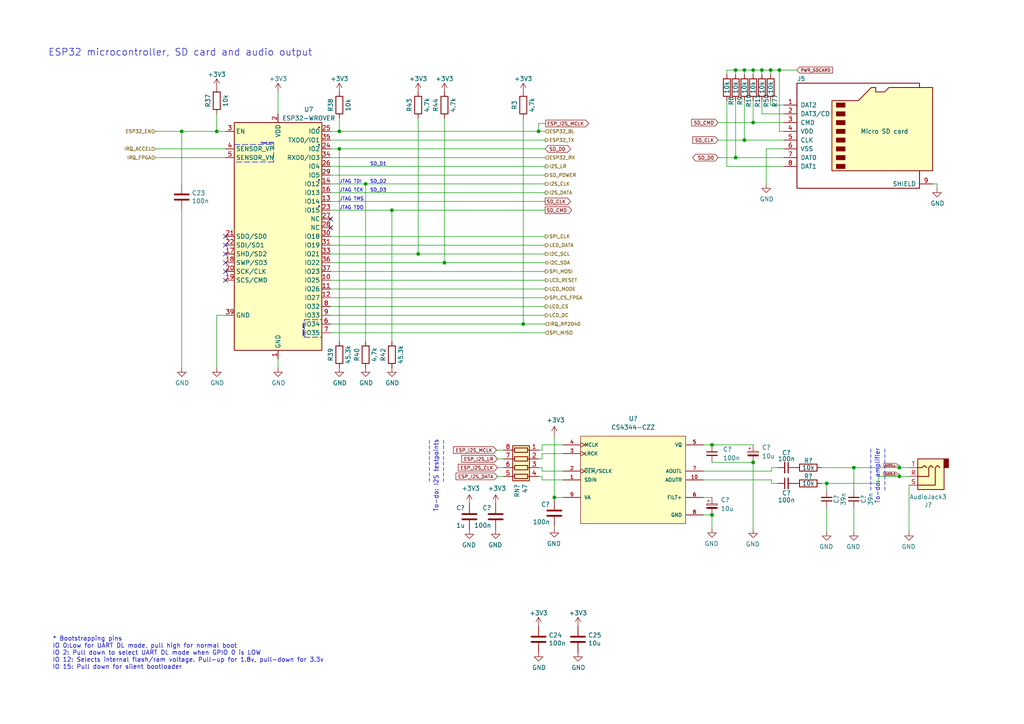
<source format=kicad_sch>
(kicad_sch (version 20211123) (generator eeschema)
  (paper "A4")
  (title_block (title "MCH2022 badge - ESP32 microcontroller") (date "2022-03-11") (rev "4") (company "BADGE.TEAM"))
  (lib_symbols
    (symbol "CS4344-CZZ:CS4344-CZZ" (pin_names (offset 1.016))
      (property "Reference" "U" (at -15.1384 13.4112 0))
      (property "Value" "CS4344-CZZ" (at -15.4178 -15.0114 0))
      (symbol "CS4344-CZZ_0_0"
        (rectangle (start -15.24 -12.7) (end 15.24 12.7) (stroke (width 0.1524)) (fill (type background)))
        (pin input line (at -20.32 0 0) (length 5.08) (name "SDIN") (number "1"))
        (pin output line (at 20.32 0 180) (length 5.08) (name "AOUTR") (number "10"))
        (pin input clock (at -20.32 2.54 0) (length 5.08) (name "~{DEM}/SCLK") (number "2"))
        (pin input clock (at -20.32 7.62 0) (length 5.08) (name "LRCK") (number "3"))
        (pin input clock (at -20.32 10.16 0) (length 5.08) (name "MCLK") (number "4"))
        (pin output line (at 20.32 10.16 180) (length 5.08) (name "VQ") (number "5"))
        (pin output line (at 20.32 -5.08 180) (length 5.08) (name "FILT+") (number "6"))
        (pin output line (at 20.32 2.54 180) (length 5.08) (name "AOUTL") (number "7"))
        (pin power_in line (at 20.32 -10.16 180) (length 5.08) (name "GND") (number "8"))
        (pin input line (at -20.32 -5.08 0) (length 5.08) (name "VA") (number "9"))
      )
    )
    (symbol "Device:C_Polarized_Small" (pin_numbers hide) (pin_names (offset 0.254) hide)
      (property "Reference" "C" (at 0.254 1.778 0))
      (property "Value" "C_Polarized_Small" (at 0.254 -2.032 0))
      (symbol "C_Polarized_Small_0_1"
        (rectangle (start -1.524 -0.3048) (end 1.524 -0.6858) (fill (type outline)))
        (rectangle (start -1.524 0.6858) (end 1.524 0.3048))
        (polyline (pts (xy -1.27 1.524) (xy -0.762 1.524)))
        (polyline (pts (xy -1.016 1.27) (xy -1.016 1.778)))
      )
      (symbol "C_Polarized_Small_1_1"
        (pin passive line (at 0 2.54 270) (length 1.8542) (name "~") (number "1"))
        (pin passive line (at 0 -2.54 90) (length 1.8542) (name "~") (number "2"))
      )
    )
    (symbol "Device:C_Small" (pin_numbers hide) (pin_names (offset 0.254) hide)
      (property "Reference" "C" (at 0.254 1.778 0))
      (property "Value" "C_Small" (at 0.254 -2.032 0))
      (symbol "C_Small_0_1"
        (polyline (pts (xy -1.524 -0.508) (xy 1.524 -0.508)) (stroke (width 0.3302)))
        (polyline (pts (xy -1.524 0.508) (xy 1.524 0.508)) (stroke (width 0.3048)))
      )
      (symbol "C_Small_1_1"
        (pin passive line (at 0 2.54 270) (length 2.032) (name "~") (number "1"))
        (pin passive line (at 0 -2.54 90) (length 2.032) (name "~") (number "2"))
      )
    )
    (symbol "mch2021-rescue:+3.3V-power" (power) (pin_names (offset 0))
      (property "Value" "+3.3V-power" (at 0 3.556 0))
      (symbol "+3.3V-power_0_1"
        (polyline (pts (xy -0.762 1.27) (xy 0 2.54)))
        (polyline (pts (xy 0 0) (xy 0 2.54)))
        (polyline (pts (xy 0 2.54) (xy 0.762 1.27)))
      )
      (symbol "+3.3V-power_1_1"
        (pin power_in line (at 0 0 90) (length 0) hide (name "+3V3") (number "1"))
      )
    )
    (symbol "mch2021-rescue:AudioJack3-Connector"
      (property "Reference" "J" (at 0 8.89 0))
      (property "Value" "AudioJack3-Connector" (at 0 6.35 0))
      (symbol "AudioJack3-Connector_0_1"
        (rectangle (start -5.08 -5.08) (end -6.35 -2.54) (stroke (width 0.254)) (fill (type outline)))
        (polyline (pts (xy 0 -2.54) (xy 0.635 -3.175) (xy 1.27 -2.54) (xy 2.54 -2.54)) (stroke (width 0.254)))
        (polyline (pts (xy -1.905 -2.54) (xy -1.27 -3.175) (xy -0.635 -2.54) (xy -0.635 0) (xy 2.54 0)) (stroke (width 0.254)))
        (polyline (pts (xy 2.54 2.54) (xy -2.54 2.54) (xy -2.54 -2.54) (xy -3.175 -3.175) (xy -3.81 -2.54)) (stroke (width 0.254)))
        (rectangle (start 2.54 3.81) (end -5.08 -5.08) (stroke (width 0.254)) (fill (type background)))
      )
      (symbol "AudioJack3-Connector_1_1"
        (pin passive line (at 5.08 0 180) (length 2.54) (name "~") (number "R"))
        (pin passive line (at 5.08 2.54 180) (length 2.54) (name "~") (number "S"))
        (pin passive line (at 5.08 -2.54 180) (length 2.54) (name "~") (number "T"))
      )
    )
    (symbol "mch2021-rescue:C-Device" (pin_numbers hide) (pin_names (offset 0.254))
      (property "Reference" "C" (at 0.635 2.54 0))
      (property "Value" "C-Device" (at 0.635 -2.54 0))
      (symbol "C-Device_0_1"
        (polyline (pts (xy -2.032 -0.762) (xy 2.032 -0.762)) (stroke (width 0.508)))
        (polyline (pts (xy -2.032 0.762) (xy 2.032 0.762)) (stroke (width 0.508)))
      )
      (symbol "C-Device_1_1"
        (pin passive line (at 0 3.81 270) (length 2.794) (name "~") (number "1"))
        (pin passive line (at 0 -3.81 90) (length 2.794) (name "~") (number "2"))
      )
    )
    (symbol "mch2021-rescue:ESP32-WROVER-corelib"
      (property "Reference" "U" (at -12.7 34.29 0))
      (property "Value" "ESP32-WROVER-corelib" (at 1.27 34.29 0))
      (symbol "ESP32-WROVER-corelib_0_1"
        (rectangle (start -12.7 33.02) (end 12.7 -33.02) (stroke (width 0.254)) (fill (type background)))
      )
      (symbol "ESP32-WROVER-corelib_1_1"
        (pin power_in line (at 0 -35.56 90) (length 2.54) (name "GND") (number "1"))
        (pin bidirectional line (at 15.24 -12.7 180) (length 2.54) (name "IO25") (number "10"))
        (pin bidirectional line (at 15.24 -15.24 180) (length 2.54) (name "IO26") (number "11"))
        (pin bidirectional line (at 15.24 -17.78 180) (length 2.54) (name "IO27") (number "12"))
        (pin bidirectional line (at 15.24 10.16 180) (length 2.54) (name "IO14") (number "13"))
        (pin bidirectional line (at 15.24 15.24 180) (length 2.54) (name "IO12") (number "14"))
        (pin passive line (at 0 -35.56 90) (length 2.54) hide (name "GND") (number "15"))
        (pin bidirectional line (at 15.24 12.7 180) (length 2.54) (name "IO13") (number "16"))
        (pin bidirectional line (at -15.24 -5.08 0) (length 2.54) (name "SHD/SD2") (number "17"))
        (pin bidirectional line (at -15.24 -7.62 0) (length 2.54) (name "SWP/SD3") (number "18"))
        (pin bidirectional line (at -15.24 -12.7 0) (length 2.54) (name "SCS/CMD") (number "19"))
        (pin power_in line (at 0 35.56 270) (length 2.54) (name "VDD") (number "2"))
        (pin bidirectional line (at -15.24 -10.16 0) (length 2.54) (name "SCK/CLK") (number "20"))
        (pin bidirectional line (at -15.24 0 0) (length 2.54) (name "SDO/SD0") (number "21"))
        (pin bidirectional line (at -15.24 -2.54 0) (length 2.54) (name "SDI/SD1") (number "22"))
        (pin bidirectional line (at 15.24 7.62 180) (length 2.54) (name "IO15") (number "23"))
        (pin bidirectional line (at 15.24 25.4 180) (length 2.54) (name "IO2") (number "24"))
        (pin bidirectional line (at 15.24 30.48 180) (length 2.54) (name "IO0") (number "25"))
        (pin bidirectional line (at 15.24 20.32 180) (length 2.54) (name "IO4") (number "26"))
        (pin no_connect line (at 15.24 5.08 180) (length 2.54) (name "NC") (number "27"))
        (pin no_connect line (at 15.24 2.54 180) (length 2.54) (name "NC") (number "28"))
        (pin bidirectional line (at 15.24 17.78 180) (length 2.54) (name "IO5") (number "29"))
        (pin input line (at -15.24 30.48 0) (length 2.54) (name "EN") (number "3"))
        (pin bidirectional line (at 15.24 0 180) (length 2.54) (name "IO18") (number "30"))
        (pin bidirectional line (at 15.24 -2.54 180) (length 2.54) (name "IO19") (number "31"))
        (pin no_connect line (at -12.7 -27.94 0) (length 2.54) hide (name "NC") (number "32"))
        (pin bidirectional line (at 15.24 -5.08 180) (length 2.54) (name "IO21") (number "33"))
        (pin bidirectional line (at 15.24 22.86 180) (length 2.54) (name "RXD0/IO3") (number "34"))
        (pin bidirectional line (at 15.24 27.94 180) (length 2.54) (name "TXD0/IO1") (number "35"))
        (pin bidirectional line (at 15.24 -7.62 180) (length 2.54) (name "IO22") (number "36"))
        (pin bidirectional line (at 15.24 -10.16 180) (length 2.54) (name "IO23") (number "37"))
        (pin passive line (at 0 -35.56 90) (length 2.54) hide (name "GND") (number "38"))
        (pin power_in line (at -15.24 -22.86 0) (length 2.54) (name "GND") (number "39"))
        (pin input line (at -15.24 25.4 0) (length 2.54) (name "SENSOR_VP") (number "4"))
        (pin input line (at -15.24 22.86 0) (length 2.54) (name "SENSOR_VN") (number "5"))
        (pin input line (at 15.24 -25.4 180) (length 2.54) (name "IO34") (number "6"))
        (pin input line (at 15.24 -27.94 180) (length 2.54) (name "IO35") (number "7"))
        (pin bidirectional line (at 15.24 -20.32 180) (length 2.54) (name "IO32") (number "8"))
        (pin bidirectional line (at 15.24 -22.86 180) (length 2.54) (name "IO33") (number "9"))
      )
    )
    (symbol "mch2021-rescue:GND-power" (power) (pin_names (offset 0))
      (property "Value" "GND-power" (at 0 -3.81 0))
      (symbol "GND-power_0_1"
        (polyline (pts (xy 0 0) (xy 0 -1.27) (xy 1.27 -1.27) (xy 0 -2.54) (xy -1.27 -1.27) (xy 0 -1.27)))
      )
      (symbol "GND-power_1_1"
        (pin power_in line (at 0 0 270) (length 0) hide (name "GND") (number "1"))
      )
    )
    (symbol "mch2021-rescue:Micro_SD_Card-Connector" (pin_names (offset 1.016))
      (property "Reference" "J" (at -16.51 15.24 0))
      (property "Value" "Micro_SD_Card-Connector" (at 16.51 15.24 0))
      (symbol "Micro_SD_Card-Connector_0_1"
        (rectangle (start -7.62 -9.525) (end -5.08 -10.795) (fill (type outline)))
        (rectangle (start -7.62 -6.985) (end -5.08 -8.255) (fill (type outline)))
        (rectangle (start -7.62 -4.445) (end -5.08 -5.715) (fill (type outline)))
        (rectangle (start -7.62 -1.905) (end -5.08 -3.175) (fill (type outline)))
        (rectangle (start -7.62 0.635) (end -5.08 -0.635) (fill (type outline)))
        (rectangle (start -7.62 3.175) (end -5.08 1.905) (fill (type outline)))
        (rectangle (start -7.62 5.715) (end -5.08 4.445) (fill (type outline)))
        (rectangle (start -7.62 8.255) (end -5.08 6.985) (fill (type outline)))
        (polyline (pts (xy 16.51 12.7) (xy 16.51 13.97) (xy -19.05 13.97) (xy -19.05 -16.51) (xy 16.51 -16.51) (xy 16.51 -11.43)) (stroke (width 0.254)))
        (polyline (pts (xy -8.89 -11.43) (xy -8.89 8.89) (xy -1.27 8.89) (xy 2.54 12.7) (xy 3.81 12.7) (xy 3.81 11.43) (xy 6.35 11.43) (xy 7.62 12.7) (xy 20.32 12.7) (xy 20.32 -11.43) (xy -8.89 -11.43)) (stroke (width 0.254)) (fill (type background)))
      )
      (symbol "Micro_SD_Card-Connector_1_1"
        (pin bidirectional line (at -22.86 7.62 0) (length 3.81) (name "DAT2") (number "1"))
        (pin bidirectional line (at -22.86 5.08 0) (length 3.81) (name "DAT3/CD") (number "2"))
        (pin input line (at -22.86 2.54 0) (length 3.81) (name "CMD") (number "3"))
        (pin power_in line (at -22.86 0 0) (length 3.81) (name "VDD") (number "4"))
        (pin input line (at -22.86 -2.54 0) (length 3.81) (name "CLK") (number "5"))
        (pin power_in line (at -22.86 -5.08 0) (length 3.81) (name "VSS") (number "6"))
        (pin bidirectional line (at -22.86 -7.62 0) (length 3.81) (name "DAT0") (number "7"))
        (pin bidirectional line (at -22.86 -10.16 0) (length 3.81) (name "DAT1") (number "8"))
        (pin passive line (at 20.32 -15.24 180) (length 3.81) (name "SHIELD") (number "9"))
      )
    )
    (symbol "mch2021-rescue:R-Device" (pin_numbers hide) (pin_names (offset 0))
      (property "Reference" "R" (at 2.032 0 90))
      (property "Value" "R-Device" (at 0 0 90))
      (symbol "R-Device_0_1"
        (rectangle (start -1.016 -2.54) (end 1.016 2.54) (stroke (width 0.254)))
      )
      (symbol "R-Device_1_1"
        (pin passive line (at 0 3.81 270) (length 1.27) (name "~") (number "1"))
        (pin passive line (at 0 -3.81 90) (length 1.27) (name "~") (number "2"))
      )
    )
    (symbol "mch2021-rescue:R_Pack04-Device" (pin_names (offset 0) hide)
      (property "Reference" "RN" (at -7.62 0 90))
      (property "Value" "R_Pack04-Device" (at 5.08 0 90))
      (symbol "R_Pack04-Device_0_1"
        (rectangle (start -6.35 -2.413) (end 3.81 2.413) (stroke (width 0.254)) (fill (type background)))
        (rectangle (start -5.715 1.905) (end -4.445 -1.905) (stroke (width 0.254)))
        (rectangle (start -3.175 1.905) (end -1.905 -1.905) (stroke (width 0.254)))
        (rectangle (start -0.635 1.905) (end 0.635 -1.905) (stroke (width 0.254)))
        (polyline (pts (xy -5.08 -2.54) (xy -5.08 -1.905)))
        (polyline (pts (xy -5.08 1.905) (xy -5.08 2.54)))
        (polyline (pts (xy -2.54 -2.54) (xy -2.54 -1.905)))
        (polyline (pts (xy -2.54 1.905) (xy -2.54 2.54)))
        (polyline (pts (xy 0 -2.54) (xy 0 -1.905)))
        (polyline (pts (xy 0 1.905) (xy 0 2.54)))
        (polyline (pts (xy 2.54 -2.54) (xy 2.54 -1.905)))
        (polyline (pts (xy 2.54 1.905) (xy 2.54 2.54)))
        (rectangle (start 1.905 1.905) (end 3.175 -1.905) (stroke (width 0.254)))
      )
      (symbol "R_Pack04-Device_1_1"
        (pin passive line (at -5.08 -5.08 90) (length 2.54) (name "R1.1") (number "1"))
        (pin passive line (at -2.54 -5.08 90) (length 2.54) (name "R2.1") (number "2"))
        (pin passive line (at 0 -5.08 90) (length 2.54) (name "R3.1") (number "3"))
        (pin passive line (at 2.54 -5.08 90) (length 2.54) (name "R4.1") (number "4"))
        (pin passive line (at 2.54 5.08 270) (length 2.54) (name "R4.2") (number "5"))
        (pin passive line (at 0 5.08 270) (length 2.54) (name "R3.2") (number "6"))
        (pin passive line (at -2.54 5.08 270) (length 2.54) (name "R2.2") (number "7"))
        (pin passive line (at -5.08 5.08 270) (length 2.54) (name "R1.2") (number "8"))
      )
    )
  )
  (junction (at 218.44 35.56))
  (junction (at 206.502 149.352))
  (junction (at 218.44 134.112))
  (junction (at 220.98 20.32))
  (junction (at 218.44 20.32))
  (junction (at 260.858 138.176))
  (junction (at 98.425 43.18))
  (junction (at 213.36 20.32))
  (junction (at 52.705 38.1))
  (junction (at 226.06 20.32))
  (junction (at 106.045 53.34))
  (junction (at 223.52 20.32))
  (junction (at 213.36 45.72))
  (junction (at 113.665 60.96))
  (junction (at 239.776 140.208))
  (junction (at 98.425 38.1))
  (junction (at 260.858 135.636))
  (junction (at 247.65 135.636))
  (junction (at 215.9 20.32))
  (junction (at 128.905 76.2))
  (junction (at 121.285 73.66))
  (junction (at 62.865 38.1))
  (junction (at 206.502 129.032))
  (junction (at 160.782 144.272))
  (junction (at 215.9 40.64))
  (junction (at 151.765 93.98))
  (junction (at 156.21 38.1))
  (no_connect (at 65.405 68.58))
  (no_connect (at 65.405 76.2))
  (no_connect (at 65.405 78.74))
  (no_connect (at 65.405 73.66))
  (no_connect (at 65.405 81.28))
  (no_connect (at 95.885 66.04))
  (no_connect (at 65.405 71.12))
  (no_connect (at 95.885 63.5))
  (wire (pts (xy 156.21 38.1) (xy 158.115 38.1)))
  (wire (pts (xy 223.774 136.652) (xy 223.774 135.636)))
  (wire (pts (xy 45.085 43.18) (xy 65.405 43.18)))
  (polyline (pts (xy 88.265 92.71) (xy 93.345 92.71)))
  (polyline (pts (xy 79.375 41.91) (xy 79.375 46.99)))
  (wire (pts (xy 206.502 129.032) (xy 218.44 129.032)))
  (wire (pts (xy 151.765 93.98) (xy 158.115 93.98)))
  (wire (pts (xy 157.226 136.652) (xy 157.226 135.636)))
  (wire (pts (xy 52.705 38.1) (xy 62.865 38.1)))
  (wire (pts (xy 227.33 33.02) (xy 220.98 33.02)))
  (polyline (pts (xy 79.375 46.99) (xy 67.945 46.99)))
  (wire (pts (xy 218.44 134.112) (xy 218.44 153.416)))
  (wire (pts (xy 223.774 135.636) (xy 225.552 135.636)))
  (wire (pts (xy 95.885 55.88) (xy 158.115 55.88)))
  (wire (pts (xy 95.885 76.2) (xy 128.905 76.2)))
  (wire (pts (xy 260.35 137.414) (xy 260.858 137.414)))
  (wire (pts (xy 260.858 134.874) (xy 260.858 135.636)))
  (wire (pts (xy 247.65 135.636) (xy 260.858 135.636)))
  (wire (pts (xy 95.885 50.8) (xy 158.115 50.8)))
  (wire (pts (xy 144.018 130.556) (xy 146.05 130.556)))
  (wire (pts (xy 95.885 60.96) (xy 113.665 60.96)))
  (wire (pts (xy 227.33 38.1) (xy 226.06 38.1)))
  (wire (pts (xy 223.52 20.32) (xy 226.06 20.32)))
  (wire (pts (xy 95.885 78.74) (xy 158.115 78.74)))
  (wire (pts (xy 222.25 43.18) (xy 222.25 53.34)))
  (wire (pts (xy 80.645 106.68) (xy 80.645 104.14)))
  (wire (pts (xy 95.885 48.26) (xy 158.115 48.26)))
  (wire (pts (xy 210.82 21.59) (xy 210.82 20.32)))
  (wire (pts (xy 238.252 135.636) (xy 247.65 135.636)))
  (wire (pts (xy 52.705 60.96) (xy 52.705 106.68)))
  (wire (pts (xy 260.858 137.414) (xy 260.858 138.176)))
  (polyline (pts (xy 88.265 97.79) (xy 88.265 92.71)))
  (wire (pts (xy 121.285 34.29) (xy 121.285 73.66)))
  (wire (pts (xy 203.962 139.192) (xy 223.774 139.192)))
  (wire (pts (xy 62.865 91.44) (xy 62.865 106.68)))
  (wire (pts (xy 260.35 134.874) (xy 260.858 134.874)))
  (wire (pts (xy 227.33 30.48) (xy 223.52 30.48)))
  (wire (pts (xy 95.885 93.98) (xy 151.765 93.98)))
  (wire (pts (xy 157.226 129.032) (xy 157.226 130.556)))
  (wire (pts (xy 222.25 43.18) (xy 227.33 43.18)))
  (wire (pts (xy 215.9 20.32) (xy 213.36 20.32)))
  (wire (pts (xy 144.272 135.636) (xy 146.05 135.636)))
  (wire (pts (xy 210.82 20.32) (xy 213.36 20.32)))
  (wire (pts (xy 210.82 29.21) (xy 210.82 48.26)))
  (wire (pts (xy 121.285 73.66) (xy 158.115 73.66)))
  (wire (pts (xy 218.44 20.32) (xy 215.9 20.32)))
  (wire (pts (xy 263.652 140.716) (xy 263.652 154.178)))
  (wire (pts (xy 113.665 60.96) (xy 158.115 60.96)))
  (wire (pts (xy 213.36 29.21) (xy 213.36 45.72)))
  (wire (pts (xy 163.322 139.192) (xy 157.226 139.192)))
  (wire (pts (xy 160.782 126.238) (xy 160.782 144.272)))
  (wire (pts (xy 158.242 35.814) (xy 156.21 35.814)))
  (wire (pts (xy 223.52 20.32) (xy 220.98 20.32)))
  (wire (pts (xy 239.776 154.178) (xy 239.776 147.32)))
  (wire (pts (xy 213.36 45.72) (xy 227.33 45.72)))
  (wire (pts (xy 203.962 129.032) (xy 206.502 129.032)))
  (wire (pts (xy 215.9 29.21) (xy 215.9 40.64)))
  (wire (pts (xy 163.322 131.572) (xy 157.226 131.572)))
  (wire (pts (xy 157.226 130.556) (xy 156.21 130.556)))
  (wire (pts (xy 206.502 149.352) (xy 206.502 153.289)))
  (polyline (pts (xy 88.265 97.79) (xy 93.345 97.79)))
  (wire (pts (xy 263.652 138.176) (xy 260.858 138.176)))
  (wire (pts (xy 163.322 129.032) (xy 157.226 129.032)))
  (wire (pts (xy 263.652 135.636) (xy 260.858 135.636)))
  (wire (pts (xy 98.425 43.18) (xy 158.115 43.18)))
  (wire (pts (xy 208.28 45.72) (xy 213.36 45.72)))
  (wire (pts (xy 157.226 131.572) (xy 157.226 133.096)))
  (wire (pts (xy 213.36 20.32) (xy 213.36 21.59)))
  (wire (pts (xy 157.226 133.096) (xy 156.21 133.096)))
  (wire (pts (xy 95.885 81.28) (xy 158.115 81.28)))
  (wire (pts (xy 226.06 38.1) (xy 226.06 20.32)))
  (wire (pts (xy 95.885 83.82) (xy 158.115 83.82)))
  (wire (pts (xy 95.885 86.36) (xy 158.115 86.36)))
  (wire (pts (xy 208.28 40.64) (xy 215.9 40.64)))
  (wire (pts (xy 45.085 45.72) (xy 65.405 45.72)))
  (wire (pts (xy 98.425 38.1) (xy 156.21 38.1)))
  (wire (pts (xy 218.44 35.56) (xy 227.33 35.56)))
  (wire (pts (xy 65.405 91.44) (xy 62.865 91.44)))
  (wire (pts (xy 206.502 134.112) (xy 218.44 134.112)))
  (wire (pts (xy 121.285 73.66) (xy 95.885 73.66)))
  (polyline (pts (xy 67.945 41.91) (xy 79.375 41.91)))
  (wire (pts (xy 144.272 138.176) (xy 146.05 138.176)))
  (wire (pts (xy 95.885 53.34) (xy 106.045 53.34)))
  (wire (pts (xy 95.885 96.52) (xy 158.115 96.52)))
  (wire (pts (xy 223.774 140.208) (xy 225.552 140.208)))
  (wire (pts (xy 208.28 35.56) (xy 218.44 35.56)))
  (wire (pts (xy 218.44 29.21) (xy 218.44 35.56)))
  (wire (pts (xy 62.865 33.02) (xy 62.865 38.1)))
  (wire (pts (xy 106.045 53.34) (xy 158.115 53.34)))
  (wire (pts (xy 98.425 43.18) (xy 95.885 43.18)))
  (wire (pts (xy 45.085 38.1) (xy 52.705 38.1)))
  (wire (pts (xy 128.905 76.2) (xy 158.115 76.2)))
  (wire (pts (xy 271.78 54.61) (xy 271.78 53.34)))
  (wire (pts (xy 95.885 88.9) (xy 158.115 88.9)))
  (wire (pts (xy 62.865 38.1) (xy 65.405 38.1)))
  (wire (pts (xy 223.52 30.48) (xy 223.52 29.21)))
  (wire (pts (xy 128.905 34.29) (xy 128.905 76.2)))
  (wire (pts (xy 95.885 91.44) (xy 158.115 91.44)))
  (wire (pts (xy 247.65 147.32) (xy 247.65 154.178)))
  (wire (pts (xy 215.9 40.64) (xy 227.33 40.64)))
  (wire (pts (xy 210.82 48.26) (xy 227.33 48.26)))
  (wire (pts (xy 80.645 33.02) (xy 80.645 26.67)))
  (wire (pts (xy 160.782 152.654) (xy 160.782 153.289)))
  (wire (pts (xy 220.98 33.02) (xy 220.98 29.21)))
  (wire (pts (xy 95.885 45.72) (xy 158.115 45.72)))
  (wire (pts (xy 157.226 139.192) (xy 157.226 138.176)))
  (wire (pts (xy 254.762 138.176) (xy 254.762 140.208)))
  (wire (pts (xy 220.98 21.59) (xy 220.98 20.32)))
  (wire (pts (xy 160.782 144.272) (xy 163.322 144.272)))
  (wire (pts (xy 95.885 58.42) (xy 158.115 58.42)))
  (wire (pts (xy 98.425 38.1) (xy 95.885 38.1)))
  (wire (pts (xy 271.78 53.34) (xy 270.51 53.34)))
  (wire (pts (xy 223.52 20.32) (xy 223.52 21.59)))
  (wire (pts (xy 156.21 35.814) (xy 156.21 38.1)))
  (wire (pts (xy 106.045 99.06) (xy 106.045 53.34)))
  (wire (pts (xy 95.885 71.12) (xy 158.115 71.12)))
  (wire (pts (xy 203.962 136.652) (xy 223.774 136.652)))
  (wire (pts (xy 95.885 68.58) (xy 158.115 68.58)))
  (wire (pts (xy 260.858 138.176) (xy 254.762 138.176)))
  (wire (pts (xy 144.272 133.096) (xy 146.05 133.096)))
  (wire (pts (xy 98.425 99.06) (xy 98.425 43.18)))
  (wire (pts (xy 203.962 144.272) (xy 206.502 144.272)))
  (wire (pts (xy 247.65 135.636) (xy 247.65 142.24)))
  (wire (pts (xy 203.962 149.352) (xy 206.502 149.352)))
  (wire (pts (xy 220.98 20.32) (xy 218.44 20.32)))
  (wire (pts (xy 226.06 20.32) (xy 231.14 20.32)))
  (wire (pts (xy 160.782 144.272) (xy 160.782 145.034)))
  (wire (pts (xy 157.226 138.176) (xy 156.21 138.176)))
  (wire (pts (xy 95.885 40.64) (xy 158.115 40.64)))
  (wire (pts (xy 151.765 34.29) (xy 151.765 93.98)))
  (wire (pts (xy 223.774 139.192) (xy 223.774 140.208)))
  (wire (pts (xy 218.44 20.32) (xy 218.44 21.59)))
  (wire (pts (xy 215.9 21.59) (xy 215.9 20.32)))
  (wire (pts (xy 157.226 135.636) (xy 156.21 135.636)))
  (wire (pts (xy 239.776 140.208) (xy 254.762 140.208)))
  (wire (pts (xy 98.425 34.29) (xy 98.425 38.1)))
  (wire (pts (xy 52.705 53.34) (xy 52.705 38.1)))
  (wire (pts (xy 239.776 142.24) (xy 239.776 140.208)))
  (wire (pts (xy 163.322 136.652) (xy 157.226 136.652)))
  (wire (pts (xy 238.252 140.208) (xy 239.776 140.208)))
  (wire (pts (xy 113.665 99.06) (xy 113.665 60.96)))
  (text "JTAG TMS" (at 98.425 58.42 0) (effects (font (size 0.9906 0.9906)) (justify left bottom)))
  (text "SD_D3" (at 107.315 55.88 0) (effects (font (size 0.9906 0.9906)) (justify left bottom)))
  (text "--------\nTo-do: I2S testpoints\n--------" (at 129.286 127.508 270) (effects (font (size 1.27 1.27)) (justify right bottom)))
  (text "*" (at 92.075 43.18 0) (effects (font (size 0.9906 0.9906)) (justify left bottom)))
  (text "SD_D1" (at 107.315 48.26 0) (effects (font (size 0.9906 0.9906)) (justify left bottom)))
  (text "JTAG TCK" (at 98.425 55.88 0) (effects (font (size 0.9906 0.9906)) (justify left bottom)))
  (text "*" (at 92.075 60.96 0) (effects (font (size 0.9906 0.9906)) (justify left bottom)))
  (text "Input only" (at 75.565 41.91 0) (effects (font (size 0.508 0.508)) (justify left bottom)))
  (text "*" (at 92.075 38.1 0) (effects (font (size 0.9906 0.9906)) (justify left bottom)))
  (text "ESP32 microcontroller, SD card and audio output" (at 13.97 16.51 0) (effects (font (size 2.0066 2.0066)) (justify left bottom)))
  (text "*" (at 92.075 53.34 0) (effects (font (size 0.9906 0.9906)) (justify left bottom)))
  (text "JTAG TDI" (at 98.425 53.34 0) (effects (font (size 0.9906 0.9906)) (justify left bottom)))
  (text "Input only" (at 88.265 97.79 90) (effects (font (size 0.508 0.508)) (justify left bottom)))
  (text "--------\nTo-do: amplifier\n--------" (at 257.302 130.048 270) (effects (font (size 1.27 1.27)) (justify right bottom)))
  (text "* Bootstrapping pins\nIO 0:Low for UART DL mode, pull high for normal boot\nIO 2: Pull down to select UART DL mode when GPIO 0 is LOW\nIO 12: Selects internal flash/ram voltage. Pull-up for 1.8v, pull-down for 3.3v\nIO 15: Pull down for silent bootloader" (at 15.24 194.31 0) (effects (font (size 1.27 1.27)) (justify left bottom)))
  (text "JTAG TDO" (at 98.425 60.96 0) (effects (font (size 0.9906 0.9906)) (justify left bottom)))
  (text "SD_D2" (at 107.315 53.34 0) (effects (font (size 0.9906 0.9906)) (justify left bottom)))
  (global_label "AUDIO_L" (shape input) (at 260.35 134.874 180) (effects (font (size 0.508 0.508))) (property "Intersheet References" "${INTERSHEET_REFS}" (effects hide)))
  (global_label "SD_CMD" (shape output) (at 158.115 60.96 0) (effects (font (size 0.9906 0.9906))) (property "Intersheet References" "${INTERSHEET_REFS}" (effects hide)))
  (global_label "AUDIO_R" (shape input) (at 260.35 137.414 180) (effects (font (size 0.508 0.508))) (property "Intersheet References" "${INTERSHEET_REFS}" (effects hide)))
  (global_label "SD_CLK" (shape output) (at 158.115 58.42 0) (effects (font (size 0.9906 0.9906))) (property "Intersheet References" "${INTERSHEET_REFS}" (effects hide)))
  (global_label "ESP_I2S_MCLK" (shape output) (at 158.242 35.814 0) (effects (font (size 0.9906 0.9906))) (property "Intersheet References" "${INTERSHEET_REFS}" (effects hide)))
  (global_label "ESP_I2S_CLK" (shape input) (at 144.272 135.636 180) (effects (font (size 0.9906 0.9906))) (property "Intersheet References" "${INTERSHEET_REFS}" (effects hide)))
  (global_label "ESP_I2S_DATA" (shape input) (at 144.272 138.176 180) (effects (font (size 0.9906 0.9906))) (property "Intersheet References" "${INTERSHEET_REFS}" (effects hide)))
  (global_label "ESP_I2S_MCLK" (shape input) (at 144.018 130.556 180) (effects (font (size 0.9906 0.9906))) (property "Intersheet References" "${INTERSHEET_REFS}" (effects hide)))
  (global_label "SD_CLK" (shape input) (at 208.28 40.64 180) (effects (font (size 0.9906 0.9906))) (property "Intersheet References" "${INTERSHEET_REFS}" (effects hide)))
  (global_label "PWR_SDCARD" (shape input) (at 231.14 20.32 0) (effects (font (size 0.889 0.889))) (property "Intersheet References" "${INTERSHEET_REFS}" (effects hide)))
  (global_label "SD_CMD" (shape input) (at 208.28 35.56 180) (effects (font (size 0.9906 0.9906))) (property "Intersheet References" "${INTERSHEET_REFS}" (effects hide)))
  (global_label "SD_D0" (shape bidirectional) (at 158.115 43.18 0) (effects (font (size 0.9906 0.9906))) (property "Intersheet References" "${INTERSHEET_REFS}" (effects hide)))
  (global_label "ESP_I2S_LR" (shape input) (at 144.272 133.096 180) (effects (font (size 0.9906 0.9906))) (property "Intersheet References" "${INTERSHEET_REFS}" (effects hide)))
  (global_label "SD_D0" (shape bidirectional) (at 208.28 45.72 180) (effects (font (size 0.9906 0.9906))) (property "Intersheet References" "${INTERSHEET_REFS}" (effects hide)))
  (hierarchical_label "I2S_CLK" (shape output) (at 158.115 53.34 0) (effects (font (size 0.9906 0.9906))))
  (hierarchical_label "IRQ_FPGA" (shape input) (at 45.085 45.72 180) (effects (font (size 0.9906 0.9906))))
  (hierarchical_label "SPI_MISO" (shape input) (at 158.115 96.52 0) (effects (font (size 0.9906 0.9906))))
  (hierarchical_label "ESP32_BL" (shape input) (at 158.115 38.1 0) (effects (font (size 0.9906 0.9906))))
  (hierarchical_label "LCD_DC" (shape output) (at 158.115 91.44 0) (effects (font (size 0.9906 0.9906))))
  (hierarchical_label "IRQ_RP2040" (shape input) (at 158.115 93.98 0) (effects (font (size 0.9906 0.9906))))
  (hierarchical_label "I2C_SDA" (shape bidirectional) (at 158.115 76.2 0) (effects (font (size 0.9906 0.9906))))
  (hierarchical_label "IRQ_ACCEL" (shape input) (at 45.085 43.18 180) (effects (font (size 0.9906 0.9906))))
  (hierarchical_label "ESP32_EN" (shape input) (at 45.085 38.1 180) (effects (font (size 0.9906 0.9906))))
  (hierarchical_label "LCD_CS" (shape output) (at 158.115 88.9 0) (effects (font (size 0.9906 0.9906))))
  (hierarchical_label "SD_POWER" (shape output) (at 158.115 50.8 0) (effects (font (size 0.9906 0.9906))))
  (hierarchical_label "I2S_LR" (shape output) (at 158.115 48.26 0) (effects (font (size 0.9906 0.9906))))
  (hierarchical_label "I2S_DATA" (shape output) (at 158.115 55.88 0) (effects (font (size 0.9906 0.9906))))
  (hierarchical_label "SPI_CS_FPGA" (shape output) (at 158.115 86.36 0) (effects (font (size 0.9906 0.9906))))
  (hierarchical_label "LCD_RESET" (shape output) (at 158.115 81.28 0) (effects (font (size 0.9906 0.9906))))
  (hierarchical_label "LCD_MODE" (shape output) (at 158.115 83.82 0) (effects (font (size 0.9906 0.9906))))
  (hierarchical_label "LED_DATA" (shape output) (at 158.115 71.12 0) (effects (font (size 1 1))))
  (hierarchical_label "SPI_CLK" (shape output) (at 158.115 68.58 0) (effects (font (size 0.9906 0.9906))))
  (hierarchical_label "ESP32_RX" (shape input) (at 158.115 45.72 0) (effects (font (size 0.9906 0.9906))))
  (hierarchical_label "ESP32_TX" (shape output) (at 158.115 40.64 0) (effects (font (size 0.9906 0.9906))))
  (hierarchical_label "I2C_SCL" (shape output) (at 158.115 73.66 0) (effects (font (size 0.9906 0.9906))))
  (hierarchical_label "SPI_MOSI" (shape output) (at 158.115 78.74 0) (effects (font (size 0.9906 0.9906))))
  (symbol (lib_id "mch2021-rescue:R-Device") (at 128.905 30.48 0) (unit 1)
    (property "Reference" "R44" (at 126.365 30.48 90))
    (property "Value" "4.7k" (at 131.445 30.48 90))
    (property "Footprint" "Resistor_SMD:R_0402_1005Metric" (effects hide))
    (property "LCSC" "C25940" (effects hide))
    (property "Mouser" "-" (effects hide))
    (property "Sponsored" "N" (effects hide))
    (property "MANUFACTURER" "UNI-ROYAL" (effects hide))
    (property "MPN" "0402WGJ0472TCE" (effects hide))
  )
  (symbol (lib_id "mch2021-rescue:R-Device") (at 121.285 30.48 0) (unit 1)
    (property "Reference" "R43" (at 118.745 30.48 90))
    (property "Value" "4.7k" (at 123.825 30.48 90))
    (property "Footprint" "Resistor_SMD:R_0402_1005Metric" (effects hide))
    (property "LCSC" "C25940" (effects hide))
    (property "Mouser" "-" (effects hide))
    (property "Sponsored" "N" (effects hide))
    (property "MANUFACTURER" "UNI-ROYAL" (effects hide))
    (property "MPN" "0402WGJ0472TCE" (effects hide))
  )
  (symbol (lib_id "mch2021-rescue:R-Device") (at 98.425 30.48 0) (unit 1)
    (property "Reference" "R38" (at 95.885 30.48 90))
    (property "Value" "10k" (at 100.965 30.48 90))
    (property "Footprint" "Resistor_SMD:R_0402_1005Metric" (effects hide))
    (property "LCSC" "C144807" (effects hide))
    (property "Mouser" "-" (effects hide))
    (property "Sponsored" "N" (effects hide))
    (property "MANUFACTURER" "YAGEO" (effects hide))
    (property "MPN" "AC0402FR-0710KL" (effects hide))
  )
  (symbol (lib_id "mch2021-rescue:R-Device") (at 62.865 29.21 0) (unit 1)
    (property "Reference" "R37" (at 60.325 29.21 90))
    (property "Value" "10k" (at 65.405 29.21 90))
    (property "Footprint" "Resistor_SMD:R_0402_1005Metric" (effects hide))
    (property "LCSC" "C144807" (effects hide))
    (property "Mouser" "-" (effects hide))
    (property "Sponsored" "N" (effects hide))
    (property "MANUFACTURER" "YAGEO" (effects hide))
    (property "MPN" "AC0402FR-0710KL" (effects hide))
  )
  (symbol (lib_id "mch2021-rescue:C-Device") (at 167.64 185.42 0) (unit 1)
    (property "Reference" "C25" (at 170.561 184.2516 0) (effects (justify left)))
    (property "Value" "10u" (at 170.561 186.563 0) (effects (justify left)))
    (property "Footprint" "Capacitor_SMD:C_0402_1005Metric" (effects hide))
    (property "Sponsored" "N" (effects hide))
    (property "LCSC" "C15525" (effects hide))
  )
  (symbol (lib_id "mch2021-rescue:GND-power") (at 156.21 189.23 0) (unit 1)
    (property "Reference" "#PWR0115" (effects hide))
    (property "Value" "GND" (at 156.337 193.6242 0))
  )
  (symbol (lib_id "mch2021-rescue:GND-power") (at 62.865 106.68 0) (unit 1)
    (property "Reference" "#PWR0102" (effects hide))
    (property "Value" "GND" (at 62.992 111.0742 0))
  )
  (symbol (lib_id "mch2021-rescue:+3.3V-power") (at 98.425 26.67 0) (unit 1)
    (property "Reference" "#PWR0105" (effects hide))
    (property "Value" "+3.3V" (at 98.425 22.86 0))
  )
  (symbol (lib_id "mch2021-rescue:+3.3V-power") (at 62.865 25.4 0) (unit 1)
    (property "Reference" "#PWR0101" (effects hide))
    (property "Value" "+3.3V" (at 62.865 21.59 0))
  )
  (symbol (lib_id "mch2021-rescue:GND-power") (at 106.045 106.68 0) (unit 1)
    (property "Reference" "#PWR0107" (effects hide))
    (property "Value" "GND" (at 106.172 111.0742 0))
  )
  (symbol (lib_id "mch2021-rescue:+3.3V-power") (at 121.285 26.67 0) (unit 1)
    (property "Reference" "#PWR0110" (effects hide))
    (property "Value" "+3.3V" (at 121.285 22.86 0))
  )
  (symbol (lib_id "mch2021-rescue:+3.3V-power") (at 128.905 26.67 0) (unit 1)
    (property "Reference" "#PWR0111" (effects hide))
    (property "Value" "+3.3V" (at 128.905 22.86 0))
  )
  (symbol (lib_id "mch2021-rescue:C-Device") (at 52.705 57.15 0) (unit 1)
    (property "Reference" "C23" (at 55.626 55.9816 0) (effects (justify left)))
    (property "Value" "100n" (at 55.626 58.293 0) (effects (justify left)))
    (property "Footprint" "Capacitor_SMD:C_0402_1005Metric" (effects hide))
    (property "LCSC" "C83056 " (effects hide))
    (property "Mouser" "-" (effects hide))
    (property "Sponsored" "N" (effects hide))
  )
  (symbol (lib_id "mch2021-rescue:GND-power") (at 52.705 106.68 0) (unit 1)
    (property "Reference" "#PWR0100" (effects hide))
    (property "Value" "GND" (at 52.832 111.0742 0))
  )
  (symbol (lib_id "mch2021-rescue:ESP32-WROVER-corelib") (at 80.645 68.58 0) (unit 1)
    (property "Reference" "U7" (at 89.535 31.75 0))
    (property "Value" "ESP32-WROVER" (at 89.535 34.29 0))
    (property "Footprint" "custom:ESP32-WROVER" (effects hide))
    (property "Datasheet" "https://www.espressif.com/sites/default/files/documentation/esp32-wroom-32_datasheet_en.pdf" (effects hide))
    (property "LCSC" "C701349" (effects hide))
    (property "Mouser" " 	ESP32-WROVER-E(16MB)" (effects hide))
    (property "Sponsored" "Y" (effects hide))
    (property "Manufacturer" "Espressif Systems" (effects hide))
  )
  (symbol (lib_id "mch2021-rescue:GND-power") (at 167.64 189.23 0) (unit 1)
    (property "Reference" "#PWR0117" (effects hide))
    (property "Value" "GND" (at 167.767 193.6242 0))
  )
  (symbol (lib_id "mch2021-rescue:+3.3V-power") (at 80.645 26.67 0) (unit 1)
    (property "Reference" "#PWR0103" (effects hide))
    (property "Value" "+3.3V" (at 80.645 22.86 0))
  )
  (symbol (lib_id "mch2021-rescue:C-Device") (at 156.21 185.42 0) (unit 1)
    (property "Reference" "C24" (at 159.131 184.2516 0) (effects (justify left)))
    (property "Value" "100n" (at 159.131 186.563 0) (effects (justify left)))
    (property "Footprint" "Capacitor_SMD:C_0402_1005Metric" (effects hide))
    (property "LCSC" "C83056 " (effects hide))
    (property "Mouser" "-" (effects hide))
    (property "Sponsored" "N" (effects hide))
  )
  (symbol (lib_id "mch2021-rescue:R-Device") (at 113.665 102.87 0) (unit 1)
    (property "Reference" "R42" (at 111.125 102.87 90))
    (property "Value" "45.3k" (at 116.205 102.87 90))
    (property "Footprint" "Resistor_SMD:R_0402_1005Metric" (effects hide))
    (property "LCSC" "C26980" (effects hide))
    (property "Mouser" "-" (effects hide))
    (property "Sponsored" "N" (effects hide))
    (property "MANUFACTURER" "UNI-ROYAL" (effects hide))
    (property "MPN" "0402WGF4532TCE" (effects hide))
  )
  (symbol (lib_id "mch2021-rescue:GND-power") (at 113.665 106.68 0) (unit 1)
    (property "Reference" "#PWR0109" (effects hide))
    (property "Value" "GND" (at 113.792 111.0742 0))
  )
  (symbol (lib_id "mch2021-rescue:+3.3V-power") (at 156.21 181.61 0) (unit 1)
    (property "Reference" "#PWR0114" (effects hide))
    (property "Value" "+3.3V" (at 156.21 177.8 0))
  )
  (symbol (lib_id "mch2021-rescue:GND-power") (at 80.645 106.68 0) (unit 1)
    (property "Reference" "#PWR0104" (effects hide))
    (property "Value" "GND" (at 80.772 111.0742 0))
  )
  (symbol (lib_id "mch2021-rescue:R-Device") (at 98.425 102.87 0) (unit 1)
    (property "Reference" "R39" (at 95.885 102.87 90))
    (property "Value" "45.3k" (at 100.965 102.87 90))
    (property "Footprint" "Resistor_SMD:R_0402_1005Metric" (effects hide))
    (property "LCSC" "C26980" (effects hide))
    (property "Mouser" "-" (effects hide))
    (property "Sponsored" "N" (effects hide))
    (property "MANUFACTURER" "UNI-ROYAL" (effects hide))
    (property "MPN" "0402WGF4532TCE" (effects hide))
  )
  (symbol (lib_id "mch2021-rescue:GND-power") (at 98.425 106.68 0) (unit 1)
    (property "Reference" "#PWR0106" (effects hide))
    (property "Value" "GND" (at 98.552 111.0742 0))
  )
  (symbol (lib_id "mch2021-rescue:R-Device") (at 106.045 102.87 0) (unit 1)
    (property "Reference" "R40" (at 103.505 102.87 90))
    (property "Value" "4.7k" (at 108.585 102.87 90))
    (property "Footprint" "Resistor_SMD:R_0402_1005Metric" (effects hide))
    (property "LCSC" "C25940" (effects hide))
    (property "Mouser" "-" (effects hide))
    (property "Sponsored" "N" (effects hide))
    (property "MANUFACTURER" "UNI-ROYAL" (effects hide))
    (property "MPN" "0402WGJ0472TCE" (effects hide))
  )
  (symbol (lib_id "mch2021-rescue:+3.3V-power") (at 167.64 181.61 0) (unit 1)
    (property "Reference" "#PWR0116" (effects hide))
    (property "Value" "+3.3V" (at 167.64 177.8 0))
  )
  (symbol (lib_id "mch2021-rescue:GND-power") (at 222.25 53.34 0) (unit 1)
    (property "Reference" "#PWR0231" (effects hide))
    (property "Value" "GND" (at 222.377 57.7342 0))
  )
  (symbol (lib_id "mch2021-rescue:Micro_SD_Card-Connector") (at 250.19 38.1 0) (unit 1)
    (property "Reference" "J5" (at 232.41 22.86 0))
    (property "Value" "Micro SD card" (at 256.54 38.1 0))
    (property "Footprint" "custom:MicroSD-SOFNG-TF-002-H18" (effects hide))
    (property "Datasheet" "http://katalog.we-online.de/em/datasheet/693072010801.pdf" (effects hide))
    (property "LCSC" "C125814" (effects hide))
    (property "Mouser" "-" (effects hide))
    (property "Sponsored" "N" (effects hide))
    (property "MANUFACTURER" "SOFNG" (effects hide))
    (property "MPN" "TF-002X-H18" (effects hide))
  )
  (symbol (lib_id "mch2021-rescue:GND-power") (at 271.78 54.61 0) (unit 1)
    (property "Reference" "#PWR0232" (effects hide))
    (property "Value" "GND" (at 271.907 59.0042 0))
  )
  (symbol (lib_id "mch2021-rescue:R-Device") (at 223.52 25.4 0) (unit 1)
    (property "Reference" "R77" (at 224.79 29.21 90))
    (property "Value" "10k" (at 223.52 25.4 90))
    (property "Footprint" "Resistor_SMD:R_0402_1005Metric" (effects hide))
    (property "LCSC" "C144807" (effects hide))
    (property "Mouser" "-" (effects hide))
    (property "Sponsored" "N" (effects hide))
    (property "MANUFACTURER" "YAGEO" (effects hide))
    (property "MPN" "AC0402FR-0710KL" (effects hide))
  )
  (symbol (lib_id "mch2021-rescue:R-Device") (at 220.98 25.4 0) (unit 1)
    (property "Reference" "R50" (at 222.25 29.21 90))
    (property "Value" "10k" (at 220.98 25.4 90))
    (property "Footprint" "Resistor_SMD:R_0402_1005Metric" (effects hide))
    (property "LCSC" "C144807" (effects hide))
    (property "Mouser" "-" (effects hide))
    (property "Sponsored" "N" (effects hide))
    (property "MANUFACTURER" "YAGEO" (effects hide))
    (property "MPN" "AC0402FR-0710KL" (effects hide))
  )
  (symbol (lib_id "mch2021-rescue:R-Device") (at 218.44 25.4 0) (unit 1)
    (property "Reference" "R11" (at 219.71 29.21 90))
    (property "Value" "10k" (at 218.44 25.4 90))
    (property "Footprint" "Resistor_SMD:R_0402_1005Metric" (effects hide))
    (property "LCSC" "C144807" (effects hide))
    (property "Mouser" "-" (effects hide))
    (property "Sponsored" "N" (effects hide))
    (property "MANUFACTURER" "YAGEO" (effects hide))
    (property "MPN" "AC0402FR-0710KL" (effects hide))
  )
  (symbol (lib_id "mch2021-rescue:R-Device") (at 213.36 25.4 0) (unit 1)
    (property "Reference" "R9" (at 214.63 29.21 90))
    (property "Value" "10k" (at 213.36 25.4 90))
    (property "Footprint" "Resistor_SMD:R_0402_1005Metric" (effects hide))
    (property "LCSC" "C144807" (effects hide))
    (property "Mouser" "-" (effects hide))
    (property "Sponsored" "N" (effects hide))
    (property "MANUFACTURER" "YAGEO" (effects hide))
    (property "MPN" "AC0402FR-0710KL" (effects hide))
  )
  (symbol (lib_id "mch2021-rescue:R-Device") (at 215.9 25.4 0) (unit 1)
    (property "Reference" "R10" (at 217.17 29.21 90))
    (property "Value" "10k" (at 215.9 25.4 90))
    (property "Footprint" "Resistor_SMD:R_0402_1005Metric" (effects hide))
    (property "LCSC" "C144807" (effects hide))
    (property "Mouser" "-" (effects hide))
    (property "Sponsored" "N" (effects hide))
    (property "MANUFACTURER" "YAGEO" (effects hide))
    (property "MPN" "AC0402FR-0710KL" (effects hide))
  )
  (symbol (lib_id "mch2021-rescue:R-Device") (at 210.82 25.4 0) (unit 1)
    (property "Reference" "R8" (at 212.09 29.21 90))
    (property "Value" "10k" (at 210.82 25.4 90))
    (property "Footprint" "Resistor_SMD:R_0402_1005Metric" (effects hide))
    (property "LCSC" "C144807" (effects hide))
    (property "Mouser" "-" (effects hide))
    (property "Sponsored" "N" (effects hide))
    (property "MANUFACTURER" "YAGEO" (effects hide))
    (property "MPN" "AC0402FR-0710KL" (effects hide))
  )
  (symbol (lib_id "mch2021-rescue:C-Device") (at 143.764 149.86 0) (mirror y) (unit 1)
    (property "Reference" "C?" (at 142.494 147.32 0) (effects (justify left)))
    (property "Value" "100n" (at 142.494 152.4 0) (effects (justify left)))
    (property "Footprint" "Capacitor_SMD:C_0402_1005Metric" (effects hide))
    (property "LCSC" "C83056 " (effects hide))
  )
  (symbol (lib_id "mch2021-rescue:GND-power") (at 160.782 153.289 0) (mirror y) (unit 1)
    (property "Reference" "#PWR?" (effects hide))
    (property "Value" "GND" (at 160.655 157.6832 0))
  )
  (symbol (lib_id "Device:C_Small") (at 239.776 144.78 0) (mirror x) (unit 1)
    (property "Reference" "C?" (at 242.57 144.78 90))
    (property "Value" "39n" (at 244.602 144.78 90))
  )
  (symbol (lib_id "mch2021-rescue:AudioJack3-Connector") (at 268.732 138.176 180) (unit 1)
    (property "Reference" "J?" (at 269.1892 146.431 0))
    (property "Value" "AudioJack3" (at 269.1892 144.1196 0))
    (property "Footprint" "custom:Boom-audiojack-PJ-320B" (effects hide))
    (property "LCSC" "C18594" (effects hide))
    (property "Mouser" "-" (effects hide))
    (property "Sponsored" "N" (effects hide))
  )
  (symbol (lib_id "mch2021-rescue:+3.3V-power") (at 143.764 146.05 0) (unit 1)
    (property "Reference" "#PWR?" (effects hide))
    (property "Value" "+3.3V" (at 144.145 141.6558 0))
  )
  (symbol (lib_id "CS4344-CZZ:CS4344-CZZ") (at 183.642 139.192 0) (unit 1)
    (property "Reference" "U?" (at 183.642 121.412 0))
    (property "Value" "CS4344-CZZ" (at 183.642 123.952 0))
    (property "Footprint" "SOP50P490X110-10N" (effects hide))
    (property "STANDARD" "IPC-7351B" (effects hide))
    (property "PARTREV" "F2" (effects hide))
    (property "MP" "CS4344-CZZ" (effects hide))
    (property "PACKAGE" "TSSOP-10 Cirrus Logic" (effects hide))
    (property "DESCRIPTION" "D/A converter; 24bit; 192ksps; Channels: 2; 3÷5.25VDC; T" (effects hide))
    (property "PRICE" "None" (effects hide))
    (property "AVAILABILITY" "Unavailable" (effects hide))
    (property "MF" "Cirrus Logic" (effects hide))
  )
  (symbol (lib_id "mch2021-rescue:GND-power") (at 143.764 153.67 0) (mirror y) (unit 1)
    (property "Reference" "#PWR?" (effects hide))
    (property "Value" "GND" (at 143.637 158.0642 0))
  )
  (symbol (lib_id "mch2021-rescue:GND-power") (at 136.144 153.67 0) (mirror y) (unit 1)
    (property "Reference" "#PWR?" (effects hide))
    (property "Value" "GND" (at 136.017 158.0642 0))
  )
  (symbol (lib_id "mch2021-rescue:+3.3V-power") (at 151.765 26.67 0) (unit 1)
    (property "Reference" "#PWR0149" (effects hide))
    (property "Value" "+3.3V" (at 151.765 22.86 0))
  )
  (symbol (lib_id "Device:C_Small") (at 228.092 135.636 270) (unit 1)
    (property "Reference" "C?" (at 228.092 131.318 90))
    (property "Value" "100n" (at 228.092 133.096 90))
  )
  (symbol (lib_id "mch2021-rescue:C-Device") (at 136.144 149.86 0) (mirror y) (unit 1)
    (property "Reference" "C?" (at 134.874 147.32 0) (effects (justify left)))
    (property "Value" "1u" (at 134.874 152.4 0) (effects (justify left)))
    (property "Footprint" "Capacitor_SMD:C_0402_1005Metric" (effects hide))
    (property "LCSC" "C107372" (effects hide))
  )
  (symbol (lib_id "mch2021-rescue:GND-power") (at 263.652 154.178 0) (mirror y) (unit 1)
    (property "Reference" "#PWR?" (effects hide))
    (property "Value" "GND" (at 263.525 158.5722 0))
  )
  (symbol (lib_id "Device:C_Small") (at 228.092 140.208 90) (mirror x) (unit 1)
    (property "Reference" "C?" (at 228.092 143.002 90))
    (property "Value" "100n" (at 228.092 145.034 90))
  )
  (symbol (lib_id "mch2021-rescue:GND-power") (at 239.776 154.178 0) (mirror y) (unit 1)
    (property "Reference" "#PWR?" (effects hide))
    (property "Value" "GND" (at 239.649 158.5722 0))
  )
  (symbol (lib_id "mch2021-rescue:+3.3V-power") (at 136.144 146.05 0) (unit 1)
    (property "Reference" "#PWR?" (effects hide))
    (property "Value" "+3.3V" (at 136.525 141.6558 0))
  )
  (symbol (lib_id "Device:C_Small") (at 247.65 144.78 0) (mirror x) (unit 1)
    (property "Reference" "C?" (at 250.444 144.78 90))
    (property "Value" "39n" (at 252.476 144.78 90))
  )
  (symbol (lib_id "Device:C_Small") (at 206.502 131.572 0) (unit 1)
    (property "Reference" "C?" (at 209.677 130.3082 0) (effects (justify left)))
    (property "Value" "100n" (at 209.677 132.8482 0) (effects (justify left)))
  )
  (symbol (lib_id "mch2021-rescue:+3.3V-power") (at 160.782 126.238 0) (unit 1)
    (property "Reference" "#PWR?" (effects hide))
    (property "Value" "+3.3V" (at 161.163 121.8438 0))
  )
  (symbol (lib_id "Device:C_Polarized_Small") (at 218.44 131.572 0) (unit 1)
    (property "Reference" "C?" (at 220.98 129.7558 0) (effects (justify left)))
    (property "Value" "10u" (at 220.98 132.2958 0) (effects (justify left)))
  )
  (symbol (lib_id "mch2021-rescue:C-Device") (at 160.782 148.844 0) (mirror y) (unit 1)
    (property "Reference" "C?" (at 159.512 146.304 0) (effects (justify left)))
    (property "Value" "100n" (at 159.512 151.384 0) (effects (justify left)))
    (property "Footprint" "Capacitor_SMD:C_0402_1005Metric" (effects hide))
    (property "LCSC" "C83056 " (effects hide))
  )
  (symbol (lib_id "mch2021-rescue:R_Pack04-Device") (at 151.13 135.636 90) (mirror x) (unit 1)
    (property "Reference" "RN?" (at 149.9616 140.4112 0) (effects (justify left)))
    (property "Value" "47" (at 152.273 140.4112 0) (effects (justify left)))
    (property "Footprint" "Resistor_SMD:R_Array_Convex_4x0603" (effects hide))
    (property "LCSC" "C425204" (effects hide))
    (property "Mouser" "-" (effects hide))
    (property "Sponsored" "N" (effects hide))
    (property "MANUFACTURER" "UNI-ROYAL" (effects hide))
    (property "MPN" "4D03WGF470JT5E" (effects hide))
  )
  (symbol (lib_id "Device:C_Polarized_Small") (at 206.502 146.812 0) (unit 1)
    (property "Reference" "C?" (at 209.042 144.9958 0) (effects (justify left)))
    (property "Value" "10u" (at 209.042 147.5358 0) (effects (justify left)))
  )
  (symbol (lib_id "mch2021-rescue:R-Device") (at 151.765 30.48 0) (unit 1)
    (property "Reference" "R3" (at 149.225 30.48 90))
    (property "Value" "4.7k" (at 154.305 30.48 90))
    (property "Footprint" "Resistor_SMD:R_0402_1005Metric" (effects hide))
    (property "LCSC" "C25940" (effects hide))
    (property "Mouser" "-" (effects hide))
    (property "Sponsored" "N" (effects hide))
    (property "MANUFACTURER" "UNI-ROYAL" (effects hide))
    (property "MPN" "0402WGJ0472TCE" (effects hide))
  )
  (symbol (lib_id "mch2021-rescue:R-Device") (at 234.442 135.636 90) (unit 1)
    (property "Reference" "R?" (at 234.442 133.604 90))
    (property "Value" "10k" (at 234.442 135.636 90))
    (property "Footprint" "Resistor_SMD:R_0402_1005Metric" (effects hide))
    (property "LCSC" "C144807" (effects hide))
    (property "Mouser" "-" (effects hide))
    (property "Sponsored" "N" (effects hide))
    (property "MANUFACTURER" "YAGEO" (effects hide))
    (property "MPN" "AC0402FR-0710KL" (effects hide))
  )
  (symbol (lib_id "mch2021-rescue:GND-power") (at 247.65 154.178 0) (mirror y) (unit 1)
    (property "Reference" "#PWR?" (effects hide))
    (property "Value" "GND" (at 247.523 158.5722 0))
  )
  (symbol (lib_id "mch2021-rescue:GND-power") (at 206.502 153.289 0) (mirror y) (unit 1)
    (property "Reference" "#PWR?" (effects hide))
    (property "Value" "GND" (at 206.375 157.6832 0))
  )
  (symbol (lib_id "mch2021-rescue:GND-power") (at 218.44 153.416 0) (mirror y) (unit 1)
    (property "Reference" "#PWR?" (effects hide))
    (property "Value" "GND" (at 218.313 157.8102 0))
  )
  (symbol (lib_id "mch2021-rescue:R-Device") (at 234.442 140.208 90) (unit 1)
    (property "Reference" "R?" (at 234.442 138.176 90))
    (property "Value" "10k" (at 234.442 140.208 90))
    (property "Footprint" "Resistor_SMD:R_0402_1005Metric" (effects hide))
    (property "LCSC" "C144807" (effects hide))
    (property "Mouser" "-" (effects hide))
    (property "Sponsored" "N" (effects hide))
    (property "MANUFACTURER" "YAGEO" (effects hide))
    (property "MPN" "AC0402FR-0710KL" (effects hide))
  )
)
</source>
